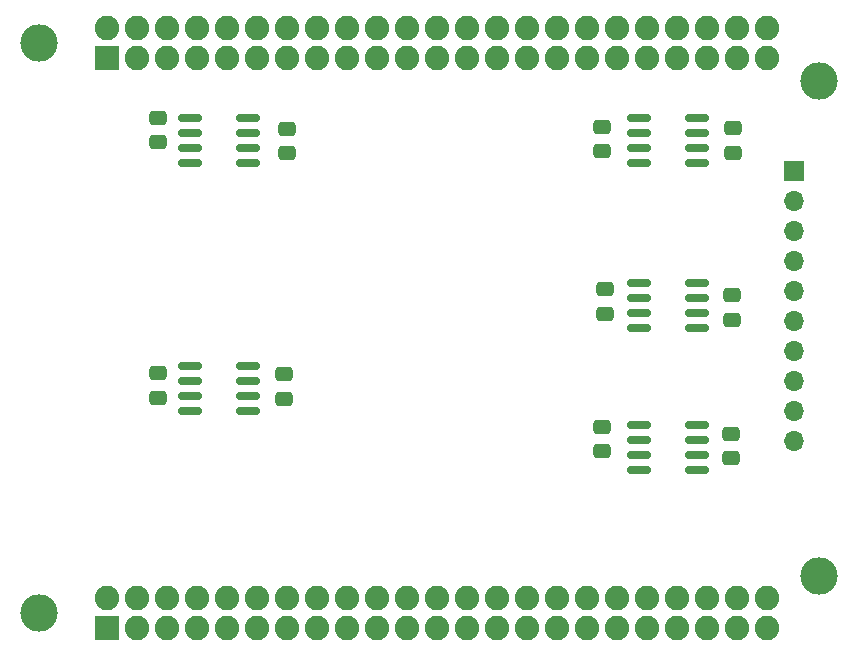
<source format=gts>
G04 #@! TF.GenerationSoftware,KiCad,Pcbnew,8.0.6*
G04 #@! TF.CreationDate,2025-01-05T21:46:19-05:00*
G04 #@! TF.ProjectId,Beagle-AI-64-CAN-Part1,42656167-6c65-42d4-9149-2d36342d4341,rev?*
G04 #@! TF.SameCoordinates,Original*
G04 #@! TF.FileFunction,Soldermask,Top*
G04 #@! TF.FilePolarity,Negative*
%FSLAX46Y46*%
G04 Gerber Fmt 4.6, Leading zero omitted, Abs format (unit mm)*
G04 Created by KiCad (PCBNEW 8.0.6) date 2025-01-05 21:46:19*
%MOMM*%
%LPD*%
G01*
G04 APERTURE LIST*
G04 Aperture macros list*
%AMRoundRect*
0 Rectangle with rounded corners*
0 $1 Rounding radius*
0 $2 $3 $4 $5 $6 $7 $8 $9 X,Y pos of 4 corners*
0 Add a 4 corners polygon primitive as box body*
4,1,4,$2,$3,$4,$5,$6,$7,$8,$9,$2,$3,0*
0 Add four circle primitives for the rounded corners*
1,1,$1+$1,$2,$3*
1,1,$1+$1,$4,$5*
1,1,$1+$1,$6,$7*
1,1,$1+$1,$8,$9*
0 Add four rect primitives between the rounded corners*
20,1,$1+$1,$2,$3,$4,$5,0*
20,1,$1+$1,$4,$5,$6,$7,0*
20,1,$1+$1,$6,$7,$8,$9,0*
20,1,$1+$1,$8,$9,$2,$3,0*%
G04 Aperture macros list end*
%ADD10RoundRect,0.150000X-0.825000X-0.150000X0.825000X-0.150000X0.825000X0.150000X-0.825000X0.150000X0*%
%ADD11R,1.700000X1.700000*%
%ADD12O,1.700000X1.700000*%
%ADD13RoundRect,0.250000X-0.475000X0.337500X-0.475000X-0.337500X0.475000X-0.337500X0.475000X0.337500X0*%
%ADD14RoundRect,0.250000X0.475000X-0.337500X0.475000X0.337500X-0.475000X0.337500X-0.475000X-0.337500X0*%
%ADD15C,3.175000*%
%ADD16RoundRect,0.101600X-0.939800X-0.939800X0.939800X-0.939800X0.939800X0.939800X-0.939800X0.939800X0*%
%ADD17C,2.082800*%
G04 APERTURE END LIST*
D10*
X170525000Y-113095000D03*
X170525000Y-114365000D03*
X170525000Y-115635000D03*
X170525000Y-116905000D03*
X175475000Y-116905000D03*
X175475000Y-115635000D03*
X175475000Y-114365000D03*
X175475000Y-113095000D03*
X170525000Y-101095000D03*
X170525000Y-102365000D03*
X170525000Y-103635000D03*
X170525000Y-104905000D03*
X175475000Y-104905000D03*
X175475000Y-103635000D03*
X175475000Y-102365000D03*
X175475000Y-101095000D03*
X170525000Y-87095000D03*
X170525000Y-88365000D03*
X170525000Y-89635000D03*
X170525000Y-90905000D03*
X175475000Y-90905000D03*
X175475000Y-89635000D03*
X175475000Y-88365000D03*
X175475000Y-87095000D03*
X132525000Y-108095000D03*
X132525000Y-109365000D03*
X132525000Y-110635000D03*
X132525000Y-111905000D03*
X137475000Y-111905000D03*
X137475000Y-110635000D03*
X137475000Y-109365000D03*
X137475000Y-108095000D03*
X132525000Y-87095000D03*
X132525000Y-88365000D03*
X132525000Y-89635000D03*
X132525000Y-90905000D03*
X137475000Y-90905000D03*
X137475000Y-89635000D03*
X137475000Y-88365000D03*
X137475000Y-87095000D03*
D11*
X183700000Y-91625000D03*
D12*
X183700000Y-94165000D03*
X183700000Y-96705000D03*
X183700000Y-99245000D03*
X183700000Y-101785000D03*
X183700000Y-104325000D03*
X183700000Y-106865000D03*
X183700000Y-109405000D03*
X183700000Y-111945000D03*
X183700000Y-114485000D03*
D13*
X140700000Y-88012500D03*
X140700000Y-90087500D03*
D14*
X167386000Y-89937500D03*
X167386000Y-87862500D03*
X129794000Y-110787000D03*
X129794000Y-108712000D03*
X129794000Y-89175500D03*
X129794000Y-87100500D03*
D13*
X178500000Y-88000000D03*
X178500000Y-90075000D03*
D14*
X167386000Y-115337500D03*
X167386000Y-113262500D03*
D13*
X178350000Y-113862500D03*
X178350000Y-115937500D03*
X140500000Y-108812500D03*
X140500000Y-110887500D03*
D14*
X167640000Y-103675000D03*
X167640000Y-101600000D03*
D13*
X178450000Y-102112500D03*
X178450000Y-104187500D03*
D15*
X119761000Y-80772000D03*
X119761000Y-129032000D03*
X185801000Y-83947000D03*
X185801000Y-125857000D03*
D16*
X125476000Y-82042000D03*
D17*
X125476000Y-79502000D03*
X128016000Y-82042000D03*
X128016000Y-79502000D03*
X130556000Y-82042000D03*
X130556000Y-79502000D03*
X133096000Y-82042000D03*
X133096000Y-79502000D03*
X135636000Y-82042000D03*
X135636000Y-79502000D03*
X138176000Y-82042000D03*
X138176000Y-79502000D03*
X140716000Y-82042000D03*
X140716000Y-79502000D03*
X143256000Y-82042000D03*
X143256000Y-79502000D03*
X145796000Y-82042000D03*
X145796000Y-79502000D03*
X148336000Y-82042000D03*
X148336000Y-79502000D03*
X150876000Y-82042000D03*
X150876000Y-79502000D03*
X153416000Y-82042000D03*
X153416000Y-79502000D03*
X155956000Y-82042000D03*
X155956000Y-79502000D03*
X158496000Y-82042000D03*
X158496000Y-79502000D03*
X161036000Y-82042000D03*
X161036000Y-79502000D03*
X163576000Y-82042000D03*
X163576000Y-79502000D03*
X166116000Y-82042000D03*
X166116000Y-79502000D03*
X168656000Y-82042000D03*
X168656000Y-79502000D03*
X171196000Y-82042000D03*
X171196000Y-79502000D03*
X173736000Y-82042000D03*
X173736000Y-79502000D03*
X176276000Y-82042000D03*
X176276000Y-79502000D03*
X178816000Y-82042000D03*
X178816000Y-79502000D03*
X181356000Y-82042000D03*
X181356000Y-79502000D03*
D16*
X125476000Y-130302000D03*
D17*
X125476000Y-127762000D03*
X128016000Y-130302000D03*
X128016000Y-127762000D03*
X130556000Y-130302000D03*
X130556000Y-127762000D03*
X133096000Y-130302000D03*
X133096000Y-127762000D03*
X135636000Y-130302000D03*
X135636000Y-127762000D03*
X138176000Y-130302000D03*
X138176000Y-127762000D03*
X140716000Y-130302000D03*
X140716000Y-127762000D03*
X143256000Y-130302000D03*
X143256000Y-127762000D03*
X145796000Y-130302000D03*
X145796000Y-127762000D03*
X148336000Y-130302000D03*
X148336000Y-127762000D03*
X150876000Y-130302000D03*
X150876000Y-127762000D03*
X153416000Y-130302000D03*
X153416000Y-127762000D03*
X155956000Y-130302000D03*
X155956000Y-127762000D03*
X158496000Y-130302000D03*
X158496000Y-127762000D03*
X161036000Y-130302000D03*
X161036000Y-127762000D03*
X163576000Y-130302000D03*
X163576000Y-127762000D03*
X166116000Y-130302000D03*
X166116000Y-127762000D03*
X168656000Y-130302000D03*
X168656000Y-127762000D03*
X171196000Y-130302000D03*
X171196000Y-127762000D03*
X173736000Y-130302000D03*
X173736000Y-127762000D03*
X176276000Y-130302000D03*
X176276000Y-127762000D03*
X178816000Y-130302000D03*
X178816000Y-127762000D03*
X181356000Y-130302000D03*
X181356000Y-127762000D03*
M02*

</source>
